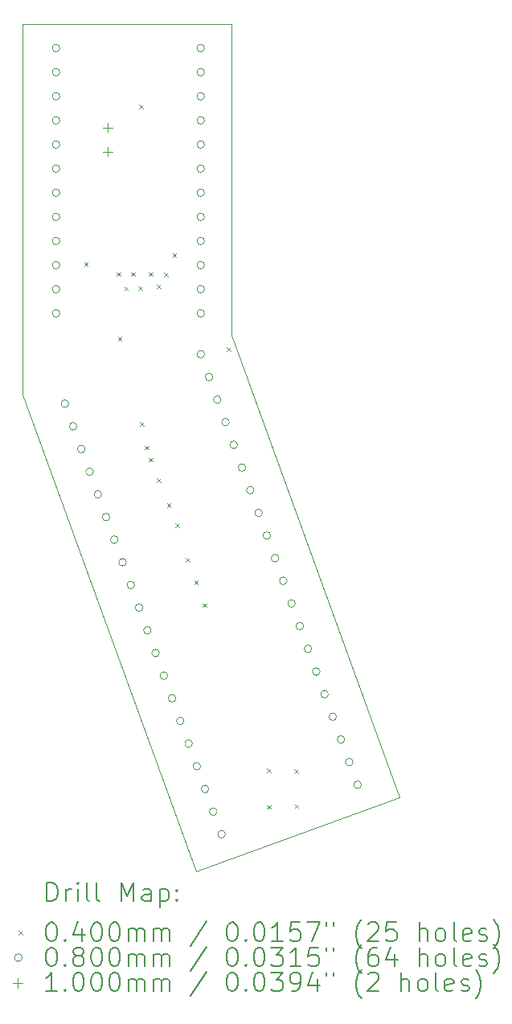
<source format=gbr>
%TF.GenerationSoftware,KiCad,Pcbnew,8.0.3*%
%TF.CreationDate,2024-06-29T11:18:28+02:00*%
%TF.ProjectId,adapter 8913-8910 Angle R,61646170-7465-4722-9038-3931332d3839,rev?*%
%TF.SameCoordinates,Original*%
%TF.FileFunction,Drillmap*%
%TF.FilePolarity,Positive*%
%FSLAX45Y45*%
G04 Gerber Fmt 4.5, Leading zero omitted, Abs format (unit mm)*
G04 Created by KiCad (PCBNEW 8.0.3) date 2024-06-29 11:18:28*
%MOMM*%
%LPD*%
G01*
G04 APERTURE LIST*
%ADD10C,0.050000*%
%ADD11C,0.200000*%
%ADD12C,0.100000*%
G04 APERTURE END LIST*
D10*
X12840000Y-11230000D02*
X11010884Y-6203955D01*
X11010884Y-6203955D02*
X11010884Y-2303955D01*
X11010884Y-2303955D02*
X13210884Y-2303955D01*
X14980000Y-10450000D02*
X13210884Y-5578955D01*
X13210884Y-2303955D02*
X13210884Y-5578955D01*
X12840000Y-11230000D02*
X14980000Y-10450000D01*
D11*
D12*
X11660000Y-4808000D02*
X11700000Y-4848000D01*
X11700000Y-4808000D02*
X11660000Y-4848000D01*
X12006000Y-4915000D02*
X12046000Y-4955000D01*
X12046000Y-4915000D02*
X12006000Y-4955000D01*
X12016967Y-5596033D02*
X12056967Y-5636033D01*
X12056967Y-5596033D02*
X12016967Y-5636033D01*
X12084000Y-5069000D02*
X12124000Y-5109000D01*
X12124000Y-5069000D02*
X12084000Y-5109000D01*
X12159000Y-4915000D02*
X12199000Y-4955000D01*
X12199000Y-4915000D02*
X12159000Y-4955000D01*
X12234000Y-5065000D02*
X12274000Y-5105000D01*
X12274000Y-5065000D02*
X12234000Y-5105000D01*
X12240000Y-3150000D02*
X12280000Y-3190000D01*
X12280000Y-3150000D02*
X12240000Y-3190000D01*
X12246627Y-6496000D02*
X12286627Y-6536000D01*
X12286627Y-6496000D02*
X12246627Y-6536000D01*
X12301627Y-6743636D02*
X12341627Y-6783636D01*
X12341627Y-6743636D02*
X12301627Y-6783636D01*
X12340627Y-6872636D02*
X12380627Y-6912636D01*
X12380627Y-6872636D02*
X12340627Y-6912636D01*
X12343000Y-4916000D02*
X12383000Y-4956000D01*
X12383000Y-4916000D02*
X12343000Y-4956000D01*
X12424627Y-7088636D02*
X12464627Y-7128636D01*
X12464627Y-7088636D02*
X12424627Y-7128636D01*
X12426000Y-5045000D02*
X12466000Y-5085000D01*
X12466000Y-5045000D02*
X12426000Y-5085000D01*
X12501000Y-4920000D02*
X12541000Y-4960000D01*
X12541000Y-4920000D02*
X12501000Y-4960000D01*
X12532627Y-7350000D02*
X12572627Y-7390000D01*
X12572627Y-7350000D02*
X12532627Y-7390000D01*
X12591000Y-4715000D02*
X12631000Y-4755000D01*
X12631000Y-4715000D02*
X12591000Y-4755000D01*
X12623000Y-7560263D02*
X12663000Y-7600263D01*
X12663000Y-7560263D02*
X12623000Y-7600263D01*
X12734627Y-7928636D02*
X12774627Y-7968636D01*
X12774627Y-7928636D02*
X12734627Y-7968636D01*
X12820627Y-8165636D02*
X12860627Y-8205636D01*
X12860627Y-8165636D02*
X12820627Y-8205636D01*
X12906627Y-8404636D02*
X12946627Y-8444636D01*
X12946627Y-8404636D02*
X12906627Y-8444636D01*
X13161000Y-5706000D02*
X13201000Y-5746000D01*
X13201000Y-5706000D02*
X13161000Y-5746000D01*
X13585000Y-10141000D02*
X13625000Y-10181000D01*
X13625000Y-10141000D02*
X13585000Y-10181000D01*
X13586000Y-10528000D02*
X13626000Y-10568000D01*
X13626000Y-10528000D02*
X13586000Y-10568000D01*
X13873000Y-10150000D02*
X13913000Y-10190000D01*
X13913000Y-10150000D02*
X13873000Y-10190000D01*
X13879000Y-10520000D02*
X13919000Y-10560000D01*
X13919000Y-10520000D02*
X13879000Y-10560000D01*
X11405000Y-2555000D02*
G75*
G02*
X11325000Y-2555000I-40000J0D01*
G01*
X11325000Y-2555000D02*
G75*
G02*
X11405000Y-2555000I40000J0D01*
G01*
X11405000Y-2809000D02*
G75*
G02*
X11325000Y-2809000I-40000J0D01*
G01*
X11325000Y-2809000D02*
G75*
G02*
X11405000Y-2809000I40000J0D01*
G01*
X11405000Y-3063000D02*
G75*
G02*
X11325000Y-3063000I-40000J0D01*
G01*
X11325000Y-3063000D02*
G75*
G02*
X11405000Y-3063000I40000J0D01*
G01*
X11405000Y-3317000D02*
G75*
G02*
X11325000Y-3317000I-40000J0D01*
G01*
X11325000Y-3317000D02*
G75*
G02*
X11405000Y-3317000I40000J0D01*
G01*
X11405000Y-3571000D02*
G75*
G02*
X11325000Y-3571000I-40000J0D01*
G01*
X11325000Y-3571000D02*
G75*
G02*
X11405000Y-3571000I40000J0D01*
G01*
X11405000Y-3825000D02*
G75*
G02*
X11325000Y-3825000I-40000J0D01*
G01*
X11325000Y-3825000D02*
G75*
G02*
X11405000Y-3825000I40000J0D01*
G01*
X11405000Y-4079000D02*
G75*
G02*
X11325000Y-4079000I-40000J0D01*
G01*
X11325000Y-4079000D02*
G75*
G02*
X11405000Y-4079000I40000J0D01*
G01*
X11405000Y-4333000D02*
G75*
G02*
X11325000Y-4333000I-40000J0D01*
G01*
X11325000Y-4333000D02*
G75*
G02*
X11405000Y-4333000I40000J0D01*
G01*
X11405000Y-4587000D02*
G75*
G02*
X11325000Y-4587000I-40000J0D01*
G01*
X11325000Y-4587000D02*
G75*
G02*
X11405000Y-4587000I40000J0D01*
G01*
X11405000Y-4841000D02*
G75*
G02*
X11325000Y-4841000I-40000J0D01*
G01*
X11325000Y-4841000D02*
G75*
G02*
X11405000Y-4841000I40000J0D01*
G01*
X11405000Y-5095000D02*
G75*
G02*
X11325000Y-5095000I-40000J0D01*
G01*
X11325000Y-5095000D02*
G75*
G02*
X11405000Y-5095000I40000J0D01*
G01*
X11405000Y-5349000D02*
G75*
G02*
X11325000Y-5349000I-40000J0D01*
G01*
X11325000Y-5349000D02*
G75*
G02*
X11405000Y-5349000I40000J0D01*
G01*
X11497908Y-6301239D02*
G75*
G02*
X11417908Y-6301239I-40000J0D01*
G01*
X11417908Y-6301239D02*
G75*
G02*
X11497908Y-6301239I40000J0D01*
G01*
X11584782Y-6539921D02*
G75*
G02*
X11504782Y-6539921I-40000J0D01*
G01*
X11504782Y-6539921D02*
G75*
G02*
X11584782Y-6539921I40000J0D01*
G01*
X11671655Y-6778602D02*
G75*
G02*
X11591655Y-6778602I-40000J0D01*
G01*
X11591655Y-6778602D02*
G75*
G02*
X11671655Y-6778602I40000J0D01*
G01*
X11758528Y-7017284D02*
G75*
G02*
X11678528Y-7017284I-40000J0D01*
G01*
X11678528Y-7017284D02*
G75*
G02*
X11758528Y-7017284I40000J0D01*
G01*
X11845401Y-7255966D02*
G75*
G02*
X11765401Y-7255966I-40000J0D01*
G01*
X11765401Y-7255966D02*
G75*
G02*
X11845401Y-7255966I40000J0D01*
G01*
X11932274Y-7494648D02*
G75*
G02*
X11852274Y-7494648I-40000J0D01*
G01*
X11852274Y-7494648D02*
G75*
G02*
X11932274Y-7494648I40000J0D01*
G01*
X12019147Y-7733330D02*
G75*
G02*
X11939147Y-7733330I-40000J0D01*
G01*
X11939147Y-7733330D02*
G75*
G02*
X12019147Y-7733330I40000J0D01*
G01*
X12106020Y-7972012D02*
G75*
G02*
X12026020Y-7972012I-40000J0D01*
G01*
X12026020Y-7972012D02*
G75*
G02*
X12106020Y-7972012I40000J0D01*
G01*
X12192893Y-8210694D02*
G75*
G02*
X12112893Y-8210694I-40000J0D01*
G01*
X12112893Y-8210694D02*
G75*
G02*
X12192893Y-8210694I40000J0D01*
G01*
X12279766Y-8449376D02*
G75*
G02*
X12199766Y-8449376I-40000J0D01*
G01*
X12199766Y-8449376D02*
G75*
G02*
X12279766Y-8449376I40000J0D01*
G01*
X12366640Y-8688058D02*
G75*
G02*
X12286640Y-8688058I-40000J0D01*
G01*
X12286640Y-8688058D02*
G75*
G02*
X12366640Y-8688058I40000J0D01*
G01*
X12453513Y-8926740D02*
G75*
G02*
X12373513Y-8926740I-40000J0D01*
G01*
X12373513Y-8926740D02*
G75*
G02*
X12453513Y-8926740I40000J0D01*
G01*
X12540386Y-9165422D02*
G75*
G02*
X12460386Y-9165422I-40000J0D01*
G01*
X12460386Y-9165422D02*
G75*
G02*
X12540386Y-9165422I40000J0D01*
G01*
X12627259Y-9404104D02*
G75*
G02*
X12547259Y-9404104I-40000J0D01*
G01*
X12547259Y-9404104D02*
G75*
G02*
X12627259Y-9404104I40000J0D01*
G01*
X12714132Y-9642786D02*
G75*
G02*
X12634132Y-9642786I-40000J0D01*
G01*
X12634132Y-9642786D02*
G75*
G02*
X12714132Y-9642786I40000J0D01*
G01*
X12801005Y-9881468D02*
G75*
G02*
X12721005Y-9881468I-40000J0D01*
G01*
X12721005Y-9881468D02*
G75*
G02*
X12801005Y-9881468I40000J0D01*
G01*
X12887878Y-10120150D02*
G75*
G02*
X12807878Y-10120150I-40000J0D01*
G01*
X12807878Y-10120150D02*
G75*
G02*
X12887878Y-10120150I40000J0D01*
G01*
X12929000Y-2555000D02*
G75*
G02*
X12849000Y-2555000I-40000J0D01*
G01*
X12849000Y-2555000D02*
G75*
G02*
X12929000Y-2555000I40000J0D01*
G01*
X12929000Y-2809000D02*
G75*
G02*
X12849000Y-2809000I-40000J0D01*
G01*
X12849000Y-2809000D02*
G75*
G02*
X12929000Y-2809000I40000J0D01*
G01*
X12929000Y-3063000D02*
G75*
G02*
X12849000Y-3063000I-40000J0D01*
G01*
X12849000Y-3063000D02*
G75*
G02*
X12929000Y-3063000I40000J0D01*
G01*
X12929000Y-3317000D02*
G75*
G02*
X12849000Y-3317000I-40000J0D01*
G01*
X12849000Y-3317000D02*
G75*
G02*
X12929000Y-3317000I40000J0D01*
G01*
X12929000Y-3571000D02*
G75*
G02*
X12849000Y-3571000I-40000J0D01*
G01*
X12849000Y-3571000D02*
G75*
G02*
X12929000Y-3571000I40000J0D01*
G01*
X12929000Y-3825000D02*
G75*
G02*
X12849000Y-3825000I-40000J0D01*
G01*
X12849000Y-3825000D02*
G75*
G02*
X12929000Y-3825000I40000J0D01*
G01*
X12929000Y-4079000D02*
G75*
G02*
X12849000Y-4079000I-40000J0D01*
G01*
X12849000Y-4079000D02*
G75*
G02*
X12929000Y-4079000I40000J0D01*
G01*
X12929000Y-4333000D02*
G75*
G02*
X12849000Y-4333000I-40000J0D01*
G01*
X12849000Y-4333000D02*
G75*
G02*
X12929000Y-4333000I40000J0D01*
G01*
X12929000Y-4587000D02*
G75*
G02*
X12849000Y-4587000I-40000J0D01*
G01*
X12849000Y-4587000D02*
G75*
G02*
X12929000Y-4587000I40000J0D01*
G01*
X12929000Y-4841000D02*
G75*
G02*
X12849000Y-4841000I-40000J0D01*
G01*
X12849000Y-4841000D02*
G75*
G02*
X12929000Y-4841000I40000J0D01*
G01*
X12929000Y-5095000D02*
G75*
G02*
X12849000Y-5095000I-40000J0D01*
G01*
X12849000Y-5095000D02*
G75*
G02*
X12929000Y-5095000I40000J0D01*
G01*
X12929000Y-5349000D02*
G75*
G02*
X12849000Y-5349000I-40000J0D01*
G01*
X12849000Y-5349000D02*
G75*
G02*
X12929000Y-5349000I40000J0D01*
G01*
X12930000Y-5780000D02*
G75*
G02*
X12850000Y-5780000I-40000J0D01*
G01*
X12850000Y-5780000D02*
G75*
G02*
X12930000Y-5780000I40000J0D01*
G01*
X12974751Y-10358831D02*
G75*
G02*
X12894751Y-10358831I-40000J0D01*
G01*
X12894751Y-10358831D02*
G75*
G02*
X12974751Y-10358831I40000J0D01*
G01*
X13016873Y-6018682D02*
G75*
G02*
X12936873Y-6018682I-40000J0D01*
G01*
X12936873Y-6018682D02*
G75*
G02*
X13016873Y-6018682I40000J0D01*
G01*
X13061625Y-10597513D02*
G75*
G02*
X12981625Y-10597513I-40000J0D01*
G01*
X12981625Y-10597513D02*
G75*
G02*
X13061625Y-10597513I40000J0D01*
G01*
X13103746Y-6257364D02*
G75*
G02*
X13023746Y-6257364I-40000J0D01*
G01*
X13023746Y-6257364D02*
G75*
G02*
X13103746Y-6257364I40000J0D01*
G01*
X13148498Y-10836195D02*
G75*
G02*
X13068498Y-10836195I-40000J0D01*
G01*
X13068498Y-10836195D02*
G75*
G02*
X13148498Y-10836195I40000J0D01*
G01*
X13190619Y-6496046D02*
G75*
G02*
X13110619Y-6496046I-40000J0D01*
G01*
X13110619Y-6496046D02*
G75*
G02*
X13190619Y-6496046I40000J0D01*
G01*
X13277492Y-6734728D02*
G75*
G02*
X13197492Y-6734728I-40000J0D01*
G01*
X13197492Y-6734728D02*
G75*
G02*
X13277492Y-6734728I40000J0D01*
G01*
X13364366Y-6973410D02*
G75*
G02*
X13284366Y-6973410I-40000J0D01*
G01*
X13284366Y-6973410D02*
G75*
G02*
X13364366Y-6973410I40000J0D01*
G01*
X13451239Y-7212091D02*
G75*
G02*
X13371239Y-7212091I-40000J0D01*
G01*
X13371239Y-7212091D02*
G75*
G02*
X13451239Y-7212091I40000J0D01*
G01*
X13538112Y-7450773D02*
G75*
G02*
X13458112Y-7450773I-40000J0D01*
G01*
X13458112Y-7450773D02*
G75*
G02*
X13538112Y-7450773I40000J0D01*
G01*
X13624985Y-7689455D02*
G75*
G02*
X13544985Y-7689455I-40000J0D01*
G01*
X13544985Y-7689455D02*
G75*
G02*
X13624985Y-7689455I40000J0D01*
G01*
X13711858Y-7928137D02*
G75*
G02*
X13631858Y-7928137I-40000J0D01*
G01*
X13631858Y-7928137D02*
G75*
G02*
X13711858Y-7928137I40000J0D01*
G01*
X13798731Y-8166819D02*
G75*
G02*
X13718731Y-8166819I-40000J0D01*
G01*
X13718731Y-8166819D02*
G75*
G02*
X13798731Y-8166819I40000J0D01*
G01*
X13885604Y-8405501D02*
G75*
G02*
X13805604Y-8405501I-40000J0D01*
G01*
X13805604Y-8405501D02*
G75*
G02*
X13885604Y-8405501I40000J0D01*
G01*
X13972477Y-8644183D02*
G75*
G02*
X13892477Y-8644183I-40000J0D01*
G01*
X13892477Y-8644183D02*
G75*
G02*
X13972477Y-8644183I40000J0D01*
G01*
X14059350Y-8882865D02*
G75*
G02*
X13979350Y-8882865I-40000J0D01*
G01*
X13979350Y-8882865D02*
G75*
G02*
X14059350Y-8882865I40000J0D01*
G01*
X14146224Y-9121547D02*
G75*
G02*
X14066224Y-9121547I-40000J0D01*
G01*
X14066224Y-9121547D02*
G75*
G02*
X14146224Y-9121547I40000J0D01*
G01*
X14233097Y-9360229D02*
G75*
G02*
X14153097Y-9360229I-40000J0D01*
G01*
X14153097Y-9360229D02*
G75*
G02*
X14233097Y-9360229I40000J0D01*
G01*
X14319970Y-9598911D02*
G75*
G02*
X14239970Y-9598911I-40000J0D01*
G01*
X14239970Y-9598911D02*
G75*
G02*
X14319970Y-9598911I40000J0D01*
G01*
X14406843Y-9837593D02*
G75*
G02*
X14326843Y-9837593I-40000J0D01*
G01*
X14326843Y-9837593D02*
G75*
G02*
X14406843Y-9837593I40000J0D01*
G01*
X14493716Y-10076275D02*
G75*
G02*
X14413716Y-10076275I-40000J0D01*
G01*
X14413716Y-10076275D02*
G75*
G02*
X14493716Y-10076275I40000J0D01*
G01*
X14580589Y-10314957D02*
G75*
G02*
X14500589Y-10314957I-40000J0D01*
G01*
X14500589Y-10314957D02*
G75*
G02*
X14580589Y-10314957I40000J0D01*
G01*
X11910000Y-3341000D02*
X11910000Y-3441000D01*
X11860000Y-3391000D02*
X11960000Y-3391000D01*
X11910000Y-3595000D02*
X11910000Y-3695000D01*
X11860000Y-3645000D02*
X11960000Y-3645000D01*
D11*
X11269161Y-11543984D02*
X11269161Y-11343984D01*
X11269161Y-11343984D02*
X11316780Y-11343984D01*
X11316780Y-11343984D02*
X11345351Y-11353508D01*
X11345351Y-11353508D02*
X11364399Y-11372555D01*
X11364399Y-11372555D02*
X11373923Y-11391603D01*
X11373923Y-11391603D02*
X11383446Y-11429698D01*
X11383446Y-11429698D02*
X11383446Y-11458269D01*
X11383446Y-11458269D02*
X11373923Y-11496365D01*
X11373923Y-11496365D02*
X11364399Y-11515412D01*
X11364399Y-11515412D02*
X11345351Y-11534460D01*
X11345351Y-11534460D02*
X11316780Y-11543984D01*
X11316780Y-11543984D02*
X11269161Y-11543984D01*
X11469161Y-11543984D02*
X11469161Y-11410650D01*
X11469161Y-11448746D02*
X11478685Y-11429698D01*
X11478685Y-11429698D02*
X11488208Y-11420174D01*
X11488208Y-11420174D02*
X11507256Y-11410650D01*
X11507256Y-11410650D02*
X11526304Y-11410650D01*
X11592970Y-11543984D02*
X11592970Y-11410650D01*
X11592970Y-11343984D02*
X11583446Y-11353508D01*
X11583446Y-11353508D02*
X11592970Y-11363031D01*
X11592970Y-11363031D02*
X11602494Y-11353508D01*
X11602494Y-11353508D02*
X11592970Y-11343984D01*
X11592970Y-11343984D02*
X11592970Y-11363031D01*
X11716780Y-11543984D02*
X11697732Y-11534460D01*
X11697732Y-11534460D02*
X11688208Y-11515412D01*
X11688208Y-11515412D02*
X11688208Y-11343984D01*
X11821542Y-11543984D02*
X11802494Y-11534460D01*
X11802494Y-11534460D02*
X11792970Y-11515412D01*
X11792970Y-11515412D02*
X11792970Y-11343984D01*
X12050113Y-11543984D02*
X12050113Y-11343984D01*
X12050113Y-11343984D02*
X12116780Y-11486841D01*
X12116780Y-11486841D02*
X12183446Y-11343984D01*
X12183446Y-11343984D02*
X12183446Y-11543984D01*
X12364399Y-11543984D02*
X12364399Y-11439222D01*
X12364399Y-11439222D02*
X12354875Y-11420174D01*
X12354875Y-11420174D02*
X12335827Y-11410650D01*
X12335827Y-11410650D02*
X12297732Y-11410650D01*
X12297732Y-11410650D02*
X12278685Y-11420174D01*
X12364399Y-11534460D02*
X12345351Y-11543984D01*
X12345351Y-11543984D02*
X12297732Y-11543984D01*
X12297732Y-11543984D02*
X12278685Y-11534460D01*
X12278685Y-11534460D02*
X12269161Y-11515412D01*
X12269161Y-11515412D02*
X12269161Y-11496365D01*
X12269161Y-11496365D02*
X12278685Y-11477317D01*
X12278685Y-11477317D02*
X12297732Y-11467793D01*
X12297732Y-11467793D02*
X12345351Y-11467793D01*
X12345351Y-11467793D02*
X12364399Y-11458269D01*
X12459637Y-11410650D02*
X12459637Y-11610650D01*
X12459637Y-11420174D02*
X12478685Y-11410650D01*
X12478685Y-11410650D02*
X12516780Y-11410650D01*
X12516780Y-11410650D02*
X12535827Y-11420174D01*
X12535827Y-11420174D02*
X12545351Y-11429698D01*
X12545351Y-11429698D02*
X12554875Y-11448746D01*
X12554875Y-11448746D02*
X12554875Y-11505888D01*
X12554875Y-11505888D02*
X12545351Y-11524936D01*
X12545351Y-11524936D02*
X12535827Y-11534460D01*
X12535827Y-11534460D02*
X12516780Y-11543984D01*
X12516780Y-11543984D02*
X12478685Y-11543984D01*
X12478685Y-11543984D02*
X12459637Y-11534460D01*
X12640589Y-11524936D02*
X12650113Y-11534460D01*
X12650113Y-11534460D02*
X12640589Y-11543984D01*
X12640589Y-11543984D02*
X12631066Y-11534460D01*
X12631066Y-11534460D02*
X12640589Y-11524936D01*
X12640589Y-11524936D02*
X12640589Y-11543984D01*
X12640589Y-11420174D02*
X12650113Y-11429698D01*
X12650113Y-11429698D02*
X12640589Y-11439222D01*
X12640589Y-11439222D02*
X12631066Y-11429698D01*
X12631066Y-11429698D02*
X12640589Y-11420174D01*
X12640589Y-11420174D02*
X12640589Y-11439222D01*
D12*
X10968384Y-11852500D02*
X11008384Y-11892500D01*
X11008384Y-11852500D02*
X10968384Y-11892500D01*
D11*
X11307256Y-11763984D02*
X11326304Y-11763984D01*
X11326304Y-11763984D02*
X11345351Y-11773508D01*
X11345351Y-11773508D02*
X11354875Y-11783031D01*
X11354875Y-11783031D02*
X11364399Y-11802079D01*
X11364399Y-11802079D02*
X11373923Y-11840174D01*
X11373923Y-11840174D02*
X11373923Y-11887793D01*
X11373923Y-11887793D02*
X11364399Y-11925888D01*
X11364399Y-11925888D02*
X11354875Y-11944936D01*
X11354875Y-11944936D02*
X11345351Y-11954460D01*
X11345351Y-11954460D02*
X11326304Y-11963984D01*
X11326304Y-11963984D02*
X11307256Y-11963984D01*
X11307256Y-11963984D02*
X11288208Y-11954460D01*
X11288208Y-11954460D02*
X11278685Y-11944936D01*
X11278685Y-11944936D02*
X11269161Y-11925888D01*
X11269161Y-11925888D02*
X11259637Y-11887793D01*
X11259637Y-11887793D02*
X11259637Y-11840174D01*
X11259637Y-11840174D02*
X11269161Y-11802079D01*
X11269161Y-11802079D02*
X11278685Y-11783031D01*
X11278685Y-11783031D02*
X11288208Y-11773508D01*
X11288208Y-11773508D02*
X11307256Y-11763984D01*
X11459637Y-11944936D02*
X11469161Y-11954460D01*
X11469161Y-11954460D02*
X11459637Y-11963984D01*
X11459637Y-11963984D02*
X11450113Y-11954460D01*
X11450113Y-11954460D02*
X11459637Y-11944936D01*
X11459637Y-11944936D02*
X11459637Y-11963984D01*
X11640589Y-11830650D02*
X11640589Y-11963984D01*
X11592970Y-11754460D02*
X11545351Y-11897317D01*
X11545351Y-11897317D02*
X11669161Y-11897317D01*
X11783446Y-11763984D02*
X11802494Y-11763984D01*
X11802494Y-11763984D02*
X11821542Y-11773508D01*
X11821542Y-11773508D02*
X11831066Y-11783031D01*
X11831066Y-11783031D02*
X11840589Y-11802079D01*
X11840589Y-11802079D02*
X11850113Y-11840174D01*
X11850113Y-11840174D02*
X11850113Y-11887793D01*
X11850113Y-11887793D02*
X11840589Y-11925888D01*
X11840589Y-11925888D02*
X11831066Y-11944936D01*
X11831066Y-11944936D02*
X11821542Y-11954460D01*
X11821542Y-11954460D02*
X11802494Y-11963984D01*
X11802494Y-11963984D02*
X11783446Y-11963984D01*
X11783446Y-11963984D02*
X11764399Y-11954460D01*
X11764399Y-11954460D02*
X11754875Y-11944936D01*
X11754875Y-11944936D02*
X11745351Y-11925888D01*
X11745351Y-11925888D02*
X11735827Y-11887793D01*
X11735827Y-11887793D02*
X11735827Y-11840174D01*
X11735827Y-11840174D02*
X11745351Y-11802079D01*
X11745351Y-11802079D02*
X11754875Y-11783031D01*
X11754875Y-11783031D02*
X11764399Y-11773508D01*
X11764399Y-11773508D02*
X11783446Y-11763984D01*
X11973923Y-11763984D02*
X11992970Y-11763984D01*
X11992970Y-11763984D02*
X12012018Y-11773508D01*
X12012018Y-11773508D02*
X12021542Y-11783031D01*
X12021542Y-11783031D02*
X12031066Y-11802079D01*
X12031066Y-11802079D02*
X12040589Y-11840174D01*
X12040589Y-11840174D02*
X12040589Y-11887793D01*
X12040589Y-11887793D02*
X12031066Y-11925888D01*
X12031066Y-11925888D02*
X12021542Y-11944936D01*
X12021542Y-11944936D02*
X12012018Y-11954460D01*
X12012018Y-11954460D02*
X11992970Y-11963984D01*
X11992970Y-11963984D02*
X11973923Y-11963984D01*
X11973923Y-11963984D02*
X11954875Y-11954460D01*
X11954875Y-11954460D02*
X11945351Y-11944936D01*
X11945351Y-11944936D02*
X11935827Y-11925888D01*
X11935827Y-11925888D02*
X11926304Y-11887793D01*
X11926304Y-11887793D02*
X11926304Y-11840174D01*
X11926304Y-11840174D02*
X11935827Y-11802079D01*
X11935827Y-11802079D02*
X11945351Y-11783031D01*
X11945351Y-11783031D02*
X11954875Y-11773508D01*
X11954875Y-11773508D02*
X11973923Y-11763984D01*
X12126304Y-11963984D02*
X12126304Y-11830650D01*
X12126304Y-11849698D02*
X12135827Y-11840174D01*
X12135827Y-11840174D02*
X12154875Y-11830650D01*
X12154875Y-11830650D02*
X12183447Y-11830650D01*
X12183447Y-11830650D02*
X12202494Y-11840174D01*
X12202494Y-11840174D02*
X12212018Y-11859222D01*
X12212018Y-11859222D02*
X12212018Y-11963984D01*
X12212018Y-11859222D02*
X12221542Y-11840174D01*
X12221542Y-11840174D02*
X12240589Y-11830650D01*
X12240589Y-11830650D02*
X12269161Y-11830650D01*
X12269161Y-11830650D02*
X12288208Y-11840174D01*
X12288208Y-11840174D02*
X12297732Y-11859222D01*
X12297732Y-11859222D02*
X12297732Y-11963984D01*
X12392970Y-11963984D02*
X12392970Y-11830650D01*
X12392970Y-11849698D02*
X12402494Y-11840174D01*
X12402494Y-11840174D02*
X12421542Y-11830650D01*
X12421542Y-11830650D02*
X12450113Y-11830650D01*
X12450113Y-11830650D02*
X12469161Y-11840174D01*
X12469161Y-11840174D02*
X12478685Y-11859222D01*
X12478685Y-11859222D02*
X12478685Y-11963984D01*
X12478685Y-11859222D02*
X12488208Y-11840174D01*
X12488208Y-11840174D02*
X12507256Y-11830650D01*
X12507256Y-11830650D02*
X12535827Y-11830650D01*
X12535827Y-11830650D02*
X12554875Y-11840174D01*
X12554875Y-11840174D02*
X12564399Y-11859222D01*
X12564399Y-11859222D02*
X12564399Y-11963984D01*
X12954875Y-11754460D02*
X12783447Y-12011603D01*
X13212018Y-11763984D02*
X13231066Y-11763984D01*
X13231066Y-11763984D02*
X13250113Y-11773508D01*
X13250113Y-11773508D02*
X13259637Y-11783031D01*
X13259637Y-11783031D02*
X13269161Y-11802079D01*
X13269161Y-11802079D02*
X13278685Y-11840174D01*
X13278685Y-11840174D02*
X13278685Y-11887793D01*
X13278685Y-11887793D02*
X13269161Y-11925888D01*
X13269161Y-11925888D02*
X13259637Y-11944936D01*
X13259637Y-11944936D02*
X13250113Y-11954460D01*
X13250113Y-11954460D02*
X13231066Y-11963984D01*
X13231066Y-11963984D02*
X13212018Y-11963984D01*
X13212018Y-11963984D02*
X13192970Y-11954460D01*
X13192970Y-11954460D02*
X13183447Y-11944936D01*
X13183447Y-11944936D02*
X13173923Y-11925888D01*
X13173923Y-11925888D02*
X13164399Y-11887793D01*
X13164399Y-11887793D02*
X13164399Y-11840174D01*
X13164399Y-11840174D02*
X13173923Y-11802079D01*
X13173923Y-11802079D02*
X13183447Y-11783031D01*
X13183447Y-11783031D02*
X13192970Y-11773508D01*
X13192970Y-11773508D02*
X13212018Y-11763984D01*
X13364399Y-11944936D02*
X13373923Y-11954460D01*
X13373923Y-11954460D02*
X13364399Y-11963984D01*
X13364399Y-11963984D02*
X13354875Y-11954460D01*
X13354875Y-11954460D02*
X13364399Y-11944936D01*
X13364399Y-11944936D02*
X13364399Y-11963984D01*
X13497732Y-11763984D02*
X13516780Y-11763984D01*
X13516780Y-11763984D02*
X13535828Y-11773508D01*
X13535828Y-11773508D02*
X13545351Y-11783031D01*
X13545351Y-11783031D02*
X13554875Y-11802079D01*
X13554875Y-11802079D02*
X13564399Y-11840174D01*
X13564399Y-11840174D02*
X13564399Y-11887793D01*
X13564399Y-11887793D02*
X13554875Y-11925888D01*
X13554875Y-11925888D02*
X13545351Y-11944936D01*
X13545351Y-11944936D02*
X13535828Y-11954460D01*
X13535828Y-11954460D02*
X13516780Y-11963984D01*
X13516780Y-11963984D02*
X13497732Y-11963984D01*
X13497732Y-11963984D02*
X13478685Y-11954460D01*
X13478685Y-11954460D02*
X13469161Y-11944936D01*
X13469161Y-11944936D02*
X13459637Y-11925888D01*
X13459637Y-11925888D02*
X13450113Y-11887793D01*
X13450113Y-11887793D02*
X13450113Y-11840174D01*
X13450113Y-11840174D02*
X13459637Y-11802079D01*
X13459637Y-11802079D02*
X13469161Y-11783031D01*
X13469161Y-11783031D02*
X13478685Y-11773508D01*
X13478685Y-11773508D02*
X13497732Y-11763984D01*
X13754875Y-11963984D02*
X13640590Y-11963984D01*
X13697732Y-11963984D02*
X13697732Y-11763984D01*
X13697732Y-11763984D02*
X13678685Y-11792555D01*
X13678685Y-11792555D02*
X13659637Y-11811603D01*
X13659637Y-11811603D02*
X13640590Y-11821127D01*
X13935828Y-11763984D02*
X13840590Y-11763984D01*
X13840590Y-11763984D02*
X13831066Y-11859222D01*
X13831066Y-11859222D02*
X13840590Y-11849698D01*
X13840590Y-11849698D02*
X13859637Y-11840174D01*
X13859637Y-11840174D02*
X13907256Y-11840174D01*
X13907256Y-11840174D02*
X13926304Y-11849698D01*
X13926304Y-11849698D02*
X13935828Y-11859222D01*
X13935828Y-11859222D02*
X13945351Y-11878269D01*
X13945351Y-11878269D02*
X13945351Y-11925888D01*
X13945351Y-11925888D02*
X13935828Y-11944936D01*
X13935828Y-11944936D02*
X13926304Y-11954460D01*
X13926304Y-11954460D02*
X13907256Y-11963984D01*
X13907256Y-11963984D02*
X13859637Y-11963984D01*
X13859637Y-11963984D02*
X13840590Y-11954460D01*
X13840590Y-11954460D02*
X13831066Y-11944936D01*
X14012018Y-11763984D02*
X14145351Y-11763984D01*
X14145351Y-11763984D02*
X14059637Y-11963984D01*
X14212018Y-11763984D02*
X14212018Y-11802079D01*
X14288209Y-11763984D02*
X14288209Y-11802079D01*
X14583447Y-12040174D02*
X14573923Y-12030650D01*
X14573923Y-12030650D02*
X14554875Y-12002079D01*
X14554875Y-12002079D02*
X14545352Y-11983031D01*
X14545352Y-11983031D02*
X14535828Y-11954460D01*
X14535828Y-11954460D02*
X14526304Y-11906841D01*
X14526304Y-11906841D02*
X14526304Y-11868746D01*
X14526304Y-11868746D02*
X14535828Y-11821127D01*
X14535828Y-11821127D02*
X14545352Y-11792555D01*
X14545352Y-11792555D02*
X14554875Y-11773508D01*
X14554875Y-11773508D02*
X14573923Y-11744936D01*
X14573923Y-11744936D02*
X14583447Y-11735412D01*
X14650113Y-11783031D02*
X14659637Y-11773508D01*
X14659637Y-11773508D02*
X14678685Y-11763984D01*
X14678685Y-11763984D02*
X14726304Y-11763984D01*
X14726304Y-11763984D02*
X14745352Y-11773508D01*
X14745352Y-11773508D02*
X14754875Y-11783031D01*
X14754875Y-11783031D02*
X14764399Y-11802079D01*
X14764399Y-11802079D02*
X14764399Y-11821127D01*
X14764399Y-11821127D02*
X14754875Y-11849698D01*
X14754875Y-11849698D02*
X14640590Y-11963984D01*
X14640590Y-11963984D02*
X14764399Y-11963984D01*
X14945352Y-11763984D02*
X14850113Y-11763984D01*
X14850113Y-11763984D02*
X14840590Y-11859222D01*
X14840590Y-11859222D02*
X14850113Y-11849698D01*
X14850113Y-11849698D02*
X14869161Y-11840174D01*
X14869161Y-11840174D02*
X14916780Y-11840174D01*
X14916780Y-11840174D02*
X14935828Y-11849698D01*
X14935828Y-11849698D02*
X14945352Y-11859222D01*
X14945352Y-11859222D02*
X14954875Y-11878269D01*
X14954875Y-11878269D02*
X14954875Y-11925888D01*
X14954875Y-11925888D02*
X14945352Y-11944936D01*
X14945352Y-11944936D02*
X14935828Y-11954460D01*
X14935828Y-11954460D02*
X14916780Y-11963984D01*
X14916780Y-11963984D02*
X14869161Y-11963984D01*
X14869161Y-11963984D02*
X14850113Y-11954460D01*
X14850113Y-11954460D02*
X14840590Y-11944936D01*
X15192971Y-11963984D02*
X15192971Y-11763984D01*
X15278685Y-11963984D02*
X15278685Y-11859222D01*
X15278685Y-11859222D02*
X15269161Y-11840174D01*
X15269161Y-11840174D02*
X15250114Y-11830650D01*
X15250114Y-11830650D02*
X15221542Y-11830650D01*
X15221542Y-11830650D02*
X15202494Y-11840174D01*
X15202494Y-11840174D02*
X15192971Y-11849698D01*
X15402494Y-11963984D02*
X15383447Y-11954460D01*
X15383447Y-11954460D02*
X15373923Y-11944936D01*
X15373923Y-11944936D02*
X15364399Y-11925888D01*
X15364399Y-11925888D02*
X15364399Y-11868746D01*
X15364399Y-11868746D02*
X15373923Y-11849698D01*
X15373923Y-11849698D02*
X15383447Y-11840174D01*
X15383447Y-11840174D02*
X15402494Y-11830650D01*
X15402494Y-11830650D02*
X15431066Y-11830650D01*
X15431066Y-11830650D02*
X15450114Y-11840174D01*
X15450114Y-11840174D02*
X15459637Y-11849698D01*
X15459637Y-11849698D02*
X15469161Y-11868746D01*
X15469161Y-11868746D02*
X15469161Y-11925888D01*
X15469161Y-11925888D02*
X15459637Y-11944936D01*
X15459637Y-11944936D02*
X15450114Y-11954460D01*
X15450114Y-11954460D02*
X15431066Y-11963984D01*
X15431066Y-11963984D02*
X15402494Y-11963984D01*
X15583447Y-11963984D02*
X15564399Y-11954460D01*
X15564399Y-11954460D02*
X15554875Y-11935412D01*
X15554875Y-11935412D02*
X15554875Y-11763984D01*
X15735828Y-11954460D02*
X15716780Y-11963984D01*
X15716780Y-11963984D02*
X15678685Y-11963984D01*
X15678685Y-11963984D02*
X15659637Y-11954460D01*
X15659637Y-11954460D02*
X15650114Y-11935412D01*
X15650114Y-11935412D02*
X15650114Y-11859222D01*
X15650114Y-11859222D02*
X15659637Y-11840174D01*
X15659637Y-11840174D02*
X15678685Y-11830650D01*
X15678685Y-11830650D02*
X15716780Y-11830650D01*
X15716780Y-11830650D02*
X15735828Y-11840174D01*
X15735828Y-11840174D02*
X15745352Y-11859222D01*
X15745352Y-11859222D02*
X15745352Y-11878269D01*
X15745352Y-11878269D02*
X15650114Y-11897317D01*
X15821542Y-11954460D02*
X15840590Y-11963984D01*
X15840590Y-11963984D02*
X15878685Y-11963984D01*
X15878685Y-11963984D02*
X15897733Y-11954460D01*
X15897733Y-11954460D02*
X15907256Y-11935412D01*
X15907256Y-11935412D02*
X15907256Y-11925888D01*
X15907256Y-11925888D02*
X15897733Y-11906841D01*
X15897733Y-11906841D02*
X15878685Y-11897317D01*
X15878685Y-11897317D02*
X15850114Y-11897317D01*
X15850114Y-11897317D02*
X15831066Y-11887793D01*
X15831066Y-11887793D02*
X15821542Y-11868746D01*
X15821542Y-11868746D02*
X15821542Y-11859222D01*
X15821542Y-11859222D02*
X15831066Y-11840174D01*
X15831066Y-11840174D02*
X15850114Y-11830650D01*
X15850114Y-11830650D02*
X15878685Y-11830650D01*
X15878685Y-11830650D02*
X15897733Y-11840174D01*
X15973923Y-12040174D02*
X15983447Y-12030650D01*
X15983447Y-12030650D02*
X16002495Y-12002079D01*
X16002495Y-12002079D02*
X16012018Y-11983031D01*
X16012018Y-11983031D02*
X16021542Y-11954460D01*
X16021542Y-11954460D02*
X16031066Y-11906841D01*
X16031066Y-11906841D02*
X16031066Y-11868746D01*
X16031066Y-11868746D02*
X16021542Y-11821127D01*
X16021542Y-11821127D02*
X16012018Y-11792555D01*
X16012018Y-11792555D02*
X16002495Y-11773508D01*
X16002495Y-11773508D02*
X15983447Y-11744936D01*
X15983447Y-11744936D02*
X15973923Y-11735412D01*
D12*
X11008384Y-12136500D02*
G75*
G02*
X10928384Y-12136500I-40000J0D01*
G01*
X10928384Y-12136500D02*
G75*
G02*
X11008384Y-12136500I40000J0D01*
G01*
D11*
X11307256Y-12027984D02*
X11326304Y-12027984D01*
X11326304Y-12027984D02*
X11345351Y-12037508D01*
X11345351Y-12037508D02*
X11354875Y-12047031D01*
X11354875Y-12047031D02*
X11364399Y-12066079D01*
X11364399Y-12066079D02*
X11373923Y-12104174D01*
X11373923Y-12104174D02*
X11373923Y-12151793D01*
X11373923Y-12151793D02*
X11364399Y-12189888D01*
X11364399Y-12189888D02*
X11354875Y-12208936D01*
X11354875Y-12208936D02*
X11345351Y-12218460D01*
X11345351Y-12218460D02*
X11326304Y-12227984D01*
X11326304Y-12227984D02*
X11307256Y-12227984D01*
X11307256Y-12227984D02*
X11288208Y-12218460D01*
X11288208Y-12218460D02*
X11278685Y-12208936D01*
X11278685Y-12208936D02*
X11269161Y-12189888D01*
X11269161Y-12189888D02*
X11259637Y-12151793D01*
X11259637Y-12151793D02*
X11259637Y-12104174D01*
X11259637Y-12104174D02*
X11269161Y-12066079D01*
X11269161Y-12066079D02*
X11278685Y-12047031D01*
X11278685Y-12047031D02*
X11288208Y-12037508D01*
X11288208Y-12037508D02*
X11307256Y-12027984D01*
X11459637Y-12208936D02*
X11469161Y-12218460D01*
X11469161Y-12218460D02*
X11459637Y-12227984D01*
X11459637Y-12227984D02*
X11450113Y-12218460D01*
X11450113Y-12218460D02*
X11459637Y-12208936D01*
X11459637Y-12208936D02*
X11459637Y-12227984D01*
X11583446Y-12113698D02*
X11564399Y-12104174D01*
X11564399Y-12104174D02*
X11554875Y-12094650D01*
X11554875Y-12094650D02*
X11545351Y-12075603D01*
X11545351Y-12075603D02*
X11545351Y-12066079D01*
X11545351Y-12066079D02*
X11554875Y-12047031D01*
X11554875Y-12047031D02*
X11564399Y-12037508D01*
X11564399Y-12037508D02*
X11583446Y-12027984D01*
X11583446Y-12027984D02*
X11621542Y-12027984D01*
X11621542Y-12027984D02*
X11640589Y-12037508D01*
X11640589Y-12037508D02*
X11650113Y-12047031D01*
X11650113Y-12047031D02*
X11659637Y-12066079D01*
X11659637Y-12066079D02*
X11659637Y-12075603D01*
X11659637Y-12075603D02*
X11650113Y-12094650D01*
X11650113Y-12094650D02*
X11640589Y-12104174D01*
X11640589Y-12104174D02*
X11621542Y-12113698D01*
X11621542Y-12113698D02*
X11583446Y-12113698D01*
X11583446Y-12113698D02*
X11564399Y-12123222D01*
X11564399Y-12123222D02*
X11554875Y-12132746D01*
X11554875Y-12132746D02*
X11545351Y-12151793D01*
X11545351Y-12151793D02*
X11545351Y-12189888D01*
X11545351Y-12189888D02*
X11554875Y-12208936D01*
X11554875Y-12208936D02*
X11564399Y-12218460D01*
X11564399Y-12218460D02*
X11583446Y-12227984D01*
X11583446Y-12227984D02*
X11621542Y-12227984D01*
X11621542Y-12227984D02*
X11640589Y-12218460D01*
X11640589Y-12218460D02*
X11650113Y-12208936D01*
X11650113Y-12208936D02*
X11659637Y-12189888D01*
X11659637Y-12189888D02*
X11659637Y-12151793D01*
X11659637Y-12151793D02*
X11650113Y-12132746D01*
X11650113Y-12132746D02*
X11640589Y-12123222D01*
X11640589Y-12123222D02*
X11621542Y-12113698D01*
X11783446Y-12027984D02*
X11802494Y-12027984D01*
X11802494Y-12027984D02*
X11821542Y-12037508D01*
X11821542Y-12037508D02*
X11831066Y-12047031D01*
X11831066Y-12047031D02*
X11840589Y-12066079D01*
X11840589Y-12066079D02*
X11850113Y-12104174D01*
X11850113Y-12104174D02*
X11850113Y-12151793D01*
X11850113Y-12151793D02*
X11840589Y-12189888D01*
X11840589Y-12189888D02*
X11831066Y-12208936D01*
X11831066Y-12208936D02*
X11821542Y-12218460D01*
X11821542Y-12218460D02*
X11802494Y-12227984D01*
X11802494Y-12227984D02*
X11783446Y-12227984D01*
X11783446Y-12227984D02*
X11764399Y-12218460D01*
X11764399Y-12218460D02*
X11754875Y-12208936D01*
X11754875Y-12208936D02*
X11745351Y-12189888D01*
X11745351Y-12189888D02*
X11735827Y-12151793D01*
X11735827Y-12151793D02*
X11735827Y-12104174D01*
X11735827Y-12104174D02*
X11745351Y-12066079D01*
X11745351Y-12066079D02*
X11754875Y-12047031D01*
X11754875Y-12047031D02*
X11764399Y-12037508D01*
X11764399Y-12037508D02*
X11783446Y-12027984D01*
X11973923Y-12027984D02*
X11992970Y-12027984D01*
X11992970Y-12027984D02*
X12012018Y-12037508D01*
X12012018Y-12037508D02*
X12021542Y-12047031D01*
X12021542Y-12047031D02*
X12031066Y-12066079D01*
X12031066Y-12066079D02*
X12040589Y-12104174D01*
X12040589Y-12104174D02*
X12040589Y-12151793D01*
X12040589Y-12151793D02*
X12031066Y-12189888D01*
X12031066Y-12189888D02*
X12021542Y-12208936D01*
X12021542Y-12208936D02*
X12012018Y-12218460D01*
X12012018Y-12218460D02*
X11992970Y-12227984D01*
X11992970Y-12227984D02*
X11973923Y-12227984D01*
X11973923Y-12227984D02*
X11954875Y-12218460D01*
X11954875Y-12218460D02*
X11945351Y-12208936D01*
X11945351Y-12208936D02*
X11935827Y-12189888D01*
X11935827Y-12189888D02*
X11926304Y-12151793D01*
X11926304Y-12151793D02*
X11926304Y-12104174D01*
X11926304Y-12104174D02*
X11935827Y-12066079D01*
X11935827Y-12066079D02*
X11945351Y-12047031D01*
X11945351Y-12047031D02*
X11954875Y-12037508D01*
X11954875Y-12037508D02*
X11973923Y-12027984D01*
X12126304Y-12227984D02*
X12126304Y-12094650D01*
X12126304Y-12113698D02*
X12135827Y-12104174D01*
X12135827Y-12104174D02*
X12154875Y-12094650D01*
X12154875Y-12094650D02*
X12183447Y-12094650D01*
X12183447Y-12094650D02*
X12202494Y-12104174D01*
X12202494Y-12104174D02*
X12212018Y-12123222D01*
X12212018Y-12123222D02*
X12212018Y-12227984D01*
X12212018Y-12123222D02*
X12221542Y-12104174D01*
X12221542Y-12104174D02*
X12240589Y-12094650D01*
X12240589Y-12094650D02*
X12269161Y-12094650D01*
X12269161Y-12094650D02*
X12288208Y-12104174D01*
X12288208Y-12104174D02*
X12297732Y-12123222D01*
X12297732Y-12123222D02*
X12297732Y-12227984D01*
X12392970Y-12227984D02*
X12392970Y-12094650D01*
X12392970Y-12113698D02*
X12402494Y-12104174D01*
X12402494Y-12104174D02*
X12421542Y-12094650D01*
X12421542Y-12094650D02*
X12450113Y-12094650D01*
X12450113Y-12094650D02*
X12469161Y-12104174D01*
X12469161Y-12104174D02*
X12478685Y-12123222D01*
X12478685Y-12123222D02*
X12478685Y-12227984D01*
X12478685Y-12123222D02*
X12488208Y-12104174D01*
X12488208Y-12104174D02*
X12507256Y-12094650D01*
X12507256Y-12094650D02*
X12535827Y-12094650D01*
X12535827Y-12094650D02*
X12554875Y-12104174D01*
X12554875Y-12104174D02*
X12564399Y-12123222D01*
X12564399Y-12123222D02*
X12564399Y-12227984D01*
X12954875Y-12018460D02*
X12783447Y-12275603D01*
X13212018Y-12027984D02*
X13231066Y-12027984D01*
X13231066Y-12027984D02*
X13250113Y-12037508D01*
X13250113Y-12037508D02*
X13259637Y-12047031D01*
X13259637Y-12047031D02*
X13269161Y-12066079D01*
X13269161Y-12066079D02*
X13278685Y-12104174D01*
X13278685Y-12104174D02*
X13278685Y-12151793D01*
X13278685Y-12151793D02*
X13269161Y-12189888D01*
X13269161Y-12189888D02*
X13259637Y-12208936D01*
X13259637Y-12208936D02*
X13250113Y-12218460D01*
X13250113Y-12218460D02*
X13231066Y-12227984D01*
X13231066Y-12227984D02*
X13212018Y-12227984D01*
X13212018Y-12227984D02*
X13192970Y-12218460D01*
X13192970Y-12218460D02*
X13183447Y-12208936D01*
X13183447Y-12208936D02*
X13173923Y-12189888D01*
X13173923Y-12189888D02*
X13164399Y-12151793D01*
X13164399Y-12151793D02*
X13164399Y-12104174D01*
X13164399Y-12104174D02*
X13173923Y-12066079D01*
X13173923Y-12066079D02*
X13183447Y-12047031D01*
X13183447Y-12047031D02*
X13192970Y-12037508D01*
X13192970Y-12037508D02*
X13212018Y-12027984D01*
X13364399Y-12208936D02*
X13373923Y-12218460D01*
X13373923Y-12218460D02*
X13364399Y-12227984D01*
X13364399Y-12227984D02*
X13354875Y-12218460D01*
X13354875Y-12218460D02*
X13364399Y-12208936D01*
X13364399Y-12208936D02*
X13364399Y-12227984D01*
X13497732Y-12027984D02*
X13516780Y-12027984D01*
X13516780Y-12027984D02*
X13535828Y-12037508D01*
X13535828Y-12037508D02*
X13545351Y-12047031D01*
X13545351Y-12047031D02*
X13554875Y-12066079D01*
X13554875Y-12066079D02*
X13564399Y-12104174D01*
X13564399Y-12104174D02*
X13564399Y-12151793D01*
X13564399Y-12151793D02*
X13554875Y-12189888D01*
X13554875Y-12189888D02*
X13545351Y-12208936D01*
X13545351Y-12208936D02*
X13535828Y-12218460D01*
X13535828Y-12218460D02*
X13516780Y-12227984D01*
X13516780Y-12227984D02*
X13497732Y-12227984D01*
X13497732Y-12227984D02*
X13478685Y-12218460D01*
X13478685Y-12218460D02*
X13469161Y-12208936D01*
X13469161Y-12208936D02*
X13459637Y-12189888D01*
X13459637Y-12189888D02*
X13450113Y-12151793D01*
X13450113Y-12151793D02*
X13450113Y-12104174D01*
X13450113Y-12104174D02*
X13459637Y-12066079D01*
X13459637Y-12066079D02*
X13469161Y-12047031D01*
X13469161Y-12047031D02*
X13478685Y-12037508D01*
X13478685Y-12037508D02*
X13497732Y-12027984D01*
X13631066Y-12027984D02*
X13754875Y-12027984D01*
X13754875Y-12027984D02*
X13688209Y-12104174D01*
X13688209Y-12104174D02*
X13716780Y-12104174D01*
X13716780Y-12104174D02*
X13735828Y-12113698D01*
X13735828Y-12113698D02*
X13745351Y-12123222D01*
X13745351Y-12123222D02*
X13754875Y-12142269D01*
X13754875Y-12142269D02*
X13754875Y-12189888D01*
X13754875Y-12189888D02*
X13745351Y-12208936D01*
X13745351Y-12208936D02*
X13735828Y-12218460D01*
X13735828Y-12218460D02*
X13716780Y-12227984D01*
X13716780Y-12227984D02*
X13659637Y-12227984D01*
X13659637Y-12227984D02*
X13640590Y-12218460D01*
X13640590Y-12218460D02*
X13631066Y-12208936D01*
X13945351Y-12227984D02*
X13831066Y-12227984D01*
X13888209Y-12227984D02*
X13888209Y-12027984D01*
X13888209Y-12027984D02*
X13869161Y-12056555D01*
X13869161Y-12056555D02*
X13850113Y-12075603D01*
X13850113Y-12075603D02*
X13831066Y-12085127D01*
X14126304Y-12027984D02*
X14031066Y-12027984D01*
X14031066Y-12027984D02*
X14021542Y-12123222D01*
X14021542Y-12123222D02*
X14031066Y-12113698D01*
X14031066Y-12113698D02*
X14050113Y-12104174D01*
X14050113Y-12104174D02*
X14097732Y-12104174D01*
X14097732Y-12104174D02*
X14116780Y-12113698D01*
X14116780Y-12113698D02*
X14126304Y-12123222D01*
X14126304Y-12123222D02*
X14135828Y-12142269D01*
X14135828Y-12142269D02*
X14135828Y-12189888D01*
X14135828Y-12189888D02*
X14126304Y-12208936D01*
X14126304Y-12208936D02*
X14116780Y-12218460D01*
X14116780Y-12218460D02*
X14097732Y-12227984D01*
X14097732Y-12227984D02*
X14050113Y-12227984D01*
X14050113Y-12227984D02*
X14031066Y-12218460D01*
X14031066Y-12218460D02*
X14021542Y-12208936D01*
X14212018Y-12027984D02*
X14212018Y-12066079D01*
X14288209Y-12027984D02*
X14288209Y-12066079D01*
X14583447Y-12304174D02*
X14573923Y-12294650D01*
X14573923Y-12294650D02*
X14554875Y-12266079D01*
X14554875Y-12266079D02*
X14545352Y-12247031D01*
X14545352Y-12247031D02*
X14535828Y-12218460D01*
X14535828Y-12218460D02*
X14526304Y-12170841D01*
X14526304Y-12170841D02*
X14526304Y-12132746D01*
X14526304Y-12132746D02*
X14535828Y-12085127D01*
X14535828Y-12085127D02*
X14545352Y-12056555D01*
X14545352Y-12056555D02*
X14554875Y-12037508D01*
X14554875Y-12037508D02*
X14573923Y-12008936D01*
X14573923Y-12008936D02*
X14583447Y-11999412D01*
X14745352Y-12027984D02*
X14707256Y-12027984D01*
X14707256Y-12027984D02*
X14688209Y-12037508D01*
X14688209Y-12037508D02*
X14678685Y-12047031D01*
X14678685Y-12047031D02*
X14659637Y-12075603D01*
X14659637Y-12075603D02*
X14650113Y-12113698D01*
X14650113Y-12113698D02*
X14650113Y-12189888D01*
X14650113Y-12189888D02*
X14659637Y-12208936D01*
X14659637Y-12208936D02*
X14669161Y-12218460D01*
X14669161Y-12218460D02*
X14688209Y-12227984D01*
X14688209Y-12227984D02*
X14726304Y-12227984D01*
X14726304Y-12227984D02*
X14745352Y-12218460D01*
X14745352Y-12218460D02*
X14754875Y-12208936D01*
X14754875Y-12208936D02*
X14764399Y-12189888D01*
X14764399Y-12189888D02*
X14764399Y-12142269D01*
X14764399Y-12142269D02*
X14754875Y-12123222D01*
X14754875Y-12123222D02*
X14745352Y-12113698D01*
X14745352Y-12113698D02*
X14726304Y-12104174D01*
X14726304Y-12104174D02*
X14688209Y-12104174D01*
X14688209Y-12104174D02*
X14669161Y-12113698D01*
X14669161Y-12113698D02*
X14659637Y-12123222D01*
X14659637Y-12123222D02*
X14650113Y-12142269D01*
X14935828Y-12094650D02*
X14935828Y-12227984D01*
X14888209Y-12018460D02*
X14840590Y-12161317D01*
X14840590Y-12161317D02*
X14964399Y-12161317D01*
X15192971Y-12227984D02*
X15192971Y-12027984D01*
X15278685Y-12227984D02*
X15278685Y-12123222D01*
X15278685Y-12123222D02*
X15269161Y-12104174D01*
X15269161Y-12104174D02*
X15250114Y-12094650D01*
X15250114Y-12094650D02*
X15221542Y-12094650D01*
X15221542Y-12094650D02*
X15202494Y-12104174D01*
X15202494Y-12104174D02*
X15192971Y-12113698D01*
X15402494Y-12227984D02*
X15383447Y-12218460D01*
X15383447Y-12218460D02*
X15373923Y-12208936D01*
X15373923Y-12208936D02*
X15364399Y-12189888D01*
X15364399Y-12189888D02*
X15364399Y-12132746D01*
X15364399Y-12132746D02*
X15373923Y-12113698D01*
X15373923Y-12113698D02*
X15383447Y-12104174D01*
X15383447Y-12104174D02*
X15402494Y-12094650D01*
X15402494Y-12094650D02*
X15431066Y-12094650D01*
X15431066Y-12094650D02*
X15450114Y-12104174D01*
X15450114Y-12104174D02*
X15459637Y-12113698D01*
X15459637Y-12113698D02*
X15469161Y-12132746D01*
X15469161Y-12132746D02*
X15469161Y-12189888D01*
X15469161Y-12189888D02*
X15459637Y-12208936D01*
X15459637Y-12208936D02*
X15450114Y-12218460D01*
X15450114Y-12218460D02*
X15431066Y-12227984D01*
X15431066Y-12227984D02*
X15402494Y-12227984D01*
X15583447Y-12227984D02*
X15564399Y-12218460D01*
X15564399Y-12218460D02*
X15554875Y-12199412D01*
X15554875Y-12199412D02*
X15554875Y-12027984D01*
X15735828Y-12218460D02*
X15716780Y-12227984D01*
X15716780Y-12227984D02*
X15678685Y-12227984D01*
X15678685Y-12227984D02*
X15659637Y-12218460D01*
X15659637Y-12218460D02*
X15650114Y-12199412D01*
X15650114Y-12199412D02*
X15650114Y-12123222D01*
X15650114Y-12123222D02*
X15659637Y-12104174D01*
X15659637Y-12104174D02*
X15678685Y-12094650D01*
X15678685Y-12094650D02*
X15716780Y-12094650D01*
X15716780Y-12094650D02*
X15735828Y-12104174D01*
X15735828Y-12104174D02*
X15745352Y-12123222D01*
X15745352Y-12123222D02*
X15745352Y-12142269D01*
X15745352Y-12142269D02*
X15650114Y-12161317D01*
X15821542Y-12218460D02*
X15840590Y-12227984D01*
X15840590Y-12227984D02*
X15878685Y-12227984D01*
X15878685Y-12227984D02*
X15897733Y-12218460D01*
X15897733Y-12218460D02*
X15907256Y-12199412D01*
X15907256Y-12199412D02*
X15907256Y-12189888D01*
X15907256Y-12189888D02*
X15897733Y-12170841D01*
X15897733Y-12170841D02*
X15878685Y-12161317D01*
X15878685Y-12161317D02*
X15850114Y-12161317D01*
X15850114Y-12161317D02*
X15831066Y-12151793D01*
X15831066Y-12151793D02*
X15821542Y-12132746D01*
X15821542Y-12132746D02*
X15821542Y-12123222D01*
X15821542Y-12123222D02*
X15831066Y-12104174D01*
X15831066Y-12104174D02*
X15850114Y-12094650D01*
X15850114Y-12094650D02*
X15878685Y-12094650D01*
X15878685Y-12094650D02*
X15897733Y-12104174D01*
X15973923Y-12304174D02*
X15983447Y-12294650D01*
X15983447Y-12294650D02*
X16002495Y-12266079D01*
X16002495Y-12266079D02*
X16012018Y-12247031D01*
X16012018Y-12247031D02*
X16021542Y-12218460D01*
X16021542Y-12218460D02*
X16031066Y-12170841D01*
X16031066Y-12170841D02*
X16031066Y-12132746D01*
X16031066Y-12132746D02*
X16021542Y-12085127D01*
X16021542Y-12085127D02*
X16012018Y-12056555D01*
X16012018Y-12056555D02*
X16002495Y-12037508D01*
X16002495Y-12037508D02*
X15983447Y-12008936D01*
X15983447Y-12008936D02*
X15973923Y-11999412D01*
D12*
X10958384Y-12350500D02*
X10958384Y-12450500D01*
X10908384Y-12400500D02*
X11008384Y-12400500D01*
D11*
X11373923Y-12491984D02*
X11259637Y-12491984D01*
X11316780Y-12491984D02*
X11316780Y-12291984D01*
X11316780Y-12291984D02*
X11297732Y-12320555D01*
X11297732Y-12320555D02*
X11278685Y-12339603D01*
X11278685Y-12339603D02*
X11259637Y-12349127D01*
X11459637Y-12472936D02*
X11469161Y-12482460D01*
X11469161Y-12482460D02*
X11459637Y-12491984D01*
X11459637Y-12491984D02*
X11450113Y-12482460D01*
X11450113Y-12482460D02*
X11459637Y-12472936D01*
X11459637Y-12472936D02*
X11459637Y-12491984D01*
X11592970Y-12291984D02*
X11612018Y-12291984D01*
X11612018Y-12291984D02*
X11631066Y-12301508D01*
X11631066Y-12301508D02*
X11640589Y-12311031D01*
X11640589Y-12311031D02*
X11650113Y-12330079D01*
X11650113Y-12330079D02*
X11659637Y-12368174D01*
X11659637Y-12368174D02*
X11659637Y-12415793D01*
X11659637Y-12415793D02*
X11650113Y-12453888D01*
X11650113Y-12453888D02*
X11640589Y-12472936D01*
X11640589Y-12472936D02*
X11631066Y-12482460D01*
X11631066Y-12482460D02*
X11612018Y-12491984D01*
X11612018Y-12491984D02*
X11592970Y-12491984D01*
X11592970Y-12491984D02*
X11573923Y-12482460D01*
X11573923Y-12482460D02*
X11564399Y-12472936D01*
X11564399Y-12472936D02*
X11554875Y-12453888D01*
X11554875Y-12453888D02*
X11545351Y-12415793D01*
X11545351Y-12415793D02*
X11545351Y-12368174D01*
X11545351Y-12368174D02*
X11554875Y-12330079D01*
X11554875Y-12330079D02*
X11564399Y-12311031D01*
X11564399Y-12311031D02*
X11573923Y-12301508D01*
X11573923Y-12301508D02*
X11592970Y-12291984D01*
X11783446Y-12291984D02*
X11802494Y-12291984D01*
X11802494Y-12291984D02*
X11821542Y-12301508D01*
X11821542Y-12301508D02*
X11831066Y-12311031D01*
X11831066Y-12311031D02*
X11840589Y-12330079D01*
X11840589Y-12330079D02*
X11850113Y-12368174D01*
X11850113Y-12368174D02*
X11850113Y-12415793D01*
X11850113Y-12415793D02*
X11840589Y-12453888D01*
X11840589Y-12453888D02*
X11831066Y-12472936D01*
X11831066Y-12472936D02*
X11821542Y-12482460D01*
X11821542Y-12482460D02*
X11802494Y-12491984D01*
X11802494Y-12491984D02*
X11783446Y-12491984D01*
X11783446Y-12491984D02*
X11764399Y-12482460D01*
X11764399Y-12482460D02*
X11754875Y-12472936D01*
X11754875Y-12472936D02*
X11745351Y-12453888D01*
X11745351Y-12453888D02*
X11735827Y-12415793D01*
X11735827Y-12415793D02*
X11735827Y-12368174D01*
X11735827Y-12368174D02*
X11745351Y-12330079D01*
X11745351Y-12330079D02*
X11754875Y-12311031D01*
X11754875Y-12311031D02*
X11764399Y-12301508D01*
X11764399Y-12301508D02*
X11783446Y-12291984D01*
X11973923Y-12291984D02*
X11992970Y-12291984D01*
X11992970Y-12291984D02*
X12012018Y-12301508D01*
X12012018Y-12301508D02*
X12021542Y-12311031D01*
X12021542Y-12311031D02*
X12031066Y-12330079D01*
X12031066Y-12330079D02*
X12040589Y-12368174D01*
X12040589Y-12368174D02*
X12040589Y-12415793D01*
X12040589Y-12415793D02*
X12031066Y-12453888D01*
X12031066Y-12453888D02*
X12021542Y-12472936D01*
X12021542Y-12472936D02*
X12012018Y-12482460D01*
X12012018Y-12482460D02*
X11992970Y-12491984D01*
X11992970Y-12491984D02*
X11973923Y-12491984D01*
X11973923Y-12491984D02*
X11954875Y-12482460D01*
X11954875Y-12482460D02*
X11945351Y-12472936D01*
X11945351Y-12472936D02*
X11935827Y-12453888D01*
X11935827Y-12453888D02*
X11926304Y-12415793D01*
X11926304Y-12415793D02*
X11926304Y-12368174D01*
X11926304Y-12368174D02*
X11935827Y-12330079D01*
X11935827Y-12330079D02*
X11945351Y-12311031D01*
X11945351Y-12311031D02*
X11954875Y-12301508D01*
X11954875Y-12301508D02*
X11973923Y-12291984D01*
X12126304Y-12491984D02*
X12126304Y-12358650D01*
X12126304Y-12377698D02*
X12135827Y-12368174D01*
X12135827Y-12368174D02*
X12154875Y-12358650D01*
X12154875Y-12358650D02*
X12183447Y-12358650D01*
X12183447Y-12358650D02*
X12202494Y-12368174D01*
X12202494Y-12368174D02*
X12212018Y-12387222D01*
X12212018Y-12387222D02*
X12212018Y-12491984D01*
X12212018Y-12387222D02*
X12221542Y-12368174D01*
X12221542Y-12368174D02*
X12240589Y-12358650D01*
X12240589Y-12358650D02*
X12269161Y-12358650D01*
X12269161Y-12358650D02*
X12288208Y-12368174D01*
X12288208Y-12368174D02*
X12297732Y-12387222D01*
X12297732Y-12387222D02*
X12297732Y-12491984D01*
X12392970Y-12491984D02*
X12392970Y-12358650D01*
X12392970Y-12377698D02*
X12402494Y-12368174D01*
X12402494Y-12368174D02*
X12421542Y-12358650D01*
X12421542Y-12358650D02*
X12450113Y-12358650D01*
X12450113Y-12358650D02*
X12469161Y-12368174D01*
X12469161Y-12368174D02*
X12478685Y-12387222D01*
X12478685Y-12387222D02*
X12478685Y-12491984D01*
X12478685Y-12387222D02*
X12488208Y-12368174D01*
X12488208Y-12368174D02*
X12507256Y-12358650D01*
X12507256Y-12358650D02*
X12535827Y-12358650D01*
X12535827Y-12358650D02*
X12554875Y-12368174D01*
X12554875Y-12368174D02*
X12564399Y-12387222D01*
X12564399Y-12387222D02*
X12564399Y-12491984D01*
X12954875Y-12282460D02*
X12783447Y-12539603D01*
X13212018Y-12291984D02*
X13231066Y-12291984D01*
X13231066Y-12291984D02*
X13250113Y-12301508D01*
X13250113Y-12301508D02*
X13259637Y-12311031D01*
X13259637Y-12311031D02*
X13269161Y-12330079D01*
X13269161Y-12330079D02*
X13278685Y-12368174D01*
X13278685Y-12368174D02*
X13278685Y-12415793D01*
X13278685Y-12415793D02*
X13269161Y-12453888D01*
X13269161Y-12453888D02*
X13259637Y-12472936D01*
X13259637Y-12472936D02*
X13250113Y-12482460D01*
X13250113Y-12482460D02*
X13231066Y-12491984D01*
X13231066Y-12491984D02*
X13212018Y-12491984D01*
X13212018Y-12491984D02*
X13192970Y-12482460D01*
X13192970Y-12482460D02*
X13183447Y-12472936D01*
X13183447Y-12472936D02*
X13173923Y-12453888D01*
X13173923Y-12453888D02*
X13164399Y-12415793D01*
X13164399Y-12415793D02*
X13164399Y-12368174D01*
X13164399Y-12368174D02*
X13173923Y-12330079D01*
X13173923Y-12330079D02*
X13183447Y-12311031D01*
X13183447Y-12311031D02*
X13192970Y-12301508D01*
X13192970Y-12301508D02*
X13212018Y-12291984D01*
X13364399Y-12472936D02*
X13373923Y-12482460D01*
X13373923Y-12482460D02*
X13364399Y-12491984D01*
X13364399Y-12491984D02*
X13354875Y-12482460D01*
X13354875Y-12482460D02*
X13364399Y-12472936D01*
X13364399Y-12472936D02*
X13364399Y-12491984D01*
X13497732Y-12291984D02*
X13516780Y-12291984D01*
X13516780Y-12291984D02*
X13535828Y-12301508D01*
X13535828Y-12301508D02*
X13545351Y-12311031D01*
X13545351Y-12311031D02*
X13554875Y-12330079D01*
X13554875Y-12330079D02*
X13564399Y-12368174D01*
X13564399Y-12368174D02*
X13564399Y-12415793D01*
X13564399Y-12415793D02*
X13554875Y-12453888D01*
X13554875Y-12453888D02*
X13545351Y-12472936D01*
X13545351Y-12472936D02*
X13535828Y-12482460D01*
X13535828Y-12482460D02*
X13516780Y-12491984D01*
X13516780Y-12491984D02*
X13497732Y-12491984D01*
X13497732Y-12491984D02*
X13478685Y-12482460D01*
X13478685Y-12482460D02*
X13469161Y-12472936D01*
X13469161Y-12472936D02*
X13459637Y-12453888D01*
X13459637Y-12453888D02*
X13450113Y-12415793D01*
X13450113Y-12415793D02*
X13450113Y-12368174D01*
X13450113Y-12368174D02*
X13459637Y-12330079D01*
X13459637Y-12330079D02*
X13469161Y-12311031D01*
X13469161Y-12311031D02*
X13478685Y-12301508D01*
X13478685Y-12301508D02*
X13497732Y-12291984D01*
X13631066Y-12291984D02*
X13754875Y-12291984D01*
X13754875Y-12291984D02*
X13688209Y-12368174D01*
X13688209Y-12368174D02*
X13716780Y-12368174D01*
X13716780Y-12368174D02*
X13735828Y-12377698D01*
X13735828Y-12377698D02*
X13745351Y-12387222D01*
X13745351Y-12387222D02*
X13754875Y-12406269D01*
X13754875Y-12406269D02*
X13754875Y-12453888D01*
X13754875Y-12453888D02*
X13745351Y-12472936D01*
X13745351Y-12472936D02*
X13735828Y-12482460D01*
X13735828Y-12482460D02*
X13716780Y-12491984D01*
X13716780Y-12491984D02*
X13659637Y-12491984D01*
X13659637Y-12491984D02*
X13640590Y-12482460D01*
X13640590Y-12482460D02*
X13631066Y-12472936D01*
X13850113Y-12491984D02*
X13888209Y-12491984D01*
X13888209Y-12491984D02*
X13907256Y-12482460D01*
X13907256Y-12482460D02*
X13916780Y-12472936D01*
X13916780Y-12472936D02*
X13935828Y-12444365D01*
X13935828Y-12444365D02*
X13945351Y-12406269D01*
X13945351Y-12406269D02*
X13945351Y-12330079D01*
X13945351Y-12330079D02*
X13935828Y-12311031D01*
X13935828Y-12311031D02*
X13926304Y-12301508D01*
X13926304Y-12301508D02*
X13907256Y-12291984D01*
X13907256Y-12291984D02*
X13869161Y-12291984D01*
X13869161Y-12291984D02*
X13850113Y-12301508D01*
X13850113Y-12301508D02*
X13840590Y-12311031D01*
X13840590Y-12311031D02*
X13831066Y-12330079D01*
X13831066Y-12330079D02*
X13831066Y-12377698D01*
X13831066Y-12377698D02*
X13840590Y-12396746D01*
X13840590Y-12396746D02*
X13850113Y-12406269D01*
X13850113Y-12406269D02*
X13869161Y-12415793D01*
X13869161Y-12415793D02*
X13907256Y-12415793D01*
X13907256Y-12415793D02*
X13926304Y-12406269D01*
X13926304Y-12406269D02*
X13935828Y-12396746D01*
X13935828Y-12396746D02*
X13945351Y-12377698D01*
X14116780Y-12358650D02*
X14116780Y-12491984D01*
X14069161Y-12282460D02*
X14021542Y-12425317D01*
X14021542Y-12425317D02*
X14145351Y-12425317D01*
X14212018Y-12291984D02*
X14212018Y-12330079D01*
X14288209Y-12291984D02*
X14288209Y-12330079D01*
X14583447Y-12568174D02*
X14573923Y-12558650D01*
X14573923Y-12558650D02*
X14554875Y-12530079D01*
X14554875Y-12530079D02*
X14545352Y-12511031D01*
X14545352Y-12511031D02*
X14535828Y-12482460D01*
X14535828Y-12482460D02*
X14526304Y-12434841D01*
X14526304Y-12434841D02*
X14526304Y-12396746D01*
X14526304Y-12396746D02*
X14535828Y-12349127D01*
X14535828Y-12349127D02*
X14545352Y-12320555D01*
X14545352Y-12320555D02*
X14554875Y-12301508D01*
X14554875Y-12301508D02*
X14573923Y-12272936D01*
X14573923Y-12272936D02*
X14583447Y-12263412D01*
X14650113Y-12311031D02*
X14659637Y-12301508D01*
X14659637Y-12301508D02*
X14678685Y-12291984D01*
X14678685Y-12291984D02*
X14726304Y-12291984D01*
X14726304Y-12291984D02*
X14745352Y-12301508D01*
X14745352Y-12301508D02*
X14754875Y-12311031D01*
X14754875Y-12311031D02*
X14764399Y-12330079D01*
X14764399Y-12330079D02*
X14764399Y-12349127D01*
X14764399Y-12349127D02*
X14754875Y-12377698D01*
X14754875Y-12377698D02*
X14640590Y-12491984D01*
X14640590Y-12491984D02*
X14764399Y-12491984D01*
X15002494Y-12491984D02*
X15002494Y-12291984D01*
X15088209Y-12491984D02*
X15088209Y-12387222D01*
X15088209Y-12387222D02*
X15078685Y-12368174D01*
X15078685Y-12368174D02*
X15059637Y-12358650D01*
X15059637Y-12358650D02*
X15031066Y-12358650D01*
X15031066Y-12358650D02*
X15012018Y-12368174D01*
X15012018Y-12368174D02*
X15002494Y-12377698D01*
X15212018Y-12491984D02*
X15192971Y-12482460D01*
X15192971Y-12482460D02*
X15183447Y-12472936D01*
X15183447Y-12472936D02*
X15173923Y-12453888D01*
X15173923Y-12453888D02*
X15173923Y-12396746D01*
X15173923Y-12396746D02*
X15183447Y-12377698D01*
X15183447Y-12377698D02*
X15192971Y-12368174D01*
X15192971Y-12368174D02*
X15212018Y-12358650D01*
X15212018Y-12358650D02*
X15240590Y-12358650D01*
X15240590Y-12358650D02*
X15259637Y-12368174D01*
X15259637Y-12368174D02*
X15269161Y-12377698D01*
X15269161Y-12377698D02*
X15278685Y-12396746D01*
X15278685Y-12396746D02*
X15278685Y-12453888D01*
X15278685Y-12453888D02*
X15269161Y-12472936D01*
X15269161Y-12472936D02*
X15259637Y-12482460D01*
X15259637Y-12482460D02*
X15240590Y-12491984D01*
X15240590Y-12491984D02*
X15212018Y-12491984D01*
X15392971Y-12491984D02*
X15373923Y-12482460D01*
X15373923Y-12482460D02*
X15364399Y-12463412D01*
X15364399Y-12463412D02*
X15364399Y-12291984D01*
X15545352Y-12482460D02*
X15526304Y-12491984D01*
X15526304Y-12491984D02*
X15488209Y-12491984D01*
X15488209Y-12491984D02*
X15469161Y-12482460D01*
X15469161Y-12482460D02*
X15459637Y-12463412D01*
X15459637Y-12463412D02*
X15459637Y-12387222D01*
X15459637Y-12387222D02*
X15469161Y-12368174D01*
X15469161Y-12368174D02*
X15488209Y-12358650D01*
X15488209Y-12358650D02*
X15526304Y-12358650D01*
X15526304Y-12358650D02*
X15545352Y-12368174D01*
X15545352Y-12368174D02*
X15554875Y-12387222D01*
X15554875Y-12387222D02*
X15554875Y-12406269D01*
X15554875Y-12406269D02*
X15459637Y-12425317D01*
X15631066Y-12482460D02*
X15650114Y-12491984D01*
X15650114Y-12491984D02*
X15688209Y-12491984D01*
X15688209Y-12491984D02*
X15707256Y-12482460D01*
X15707256Y-12482460D02*
X15716780Y-12463412D01*
X15716780Y-12463412D02*
X15716780Y-12453888D01*
X15716780Y-12453888D02*
X15707256Y-12434841D01*
X15707256Y-12434841D02*
X15688209Y-12425317D01*
X15688209Y-12425317D02*
X15659637Y-12425317D01*
X15659637Y-12425317D02*
X15640590Y-12415793D01*
X15640590Y-12415793D02*
X15631066Y-12396746D01*
X15631066Y-12396746D02*
X15631066Y-12387222D01*
X15631066Y-12387222D02*
X15640590Y-12368174D01*
X15640590Y-12368174D02*
X15659637Y-12358650D01*
X15659637Y-12358650D02*
X15688209Y-12358650D01*
X15688209Y-12358650D02*
X15707256Y-12368174D01*
X15783447Y-12568174D02*
X15792971Y-12558650D01*
X15792971Y-12558650D02*
X15812018Y-12530079D01*
X15812018Y-12530079D02*
X15821542Y-12511031D01*
X15821542Y-12511031D02*
X15831066Y-12482460D01*
X15831066Y-12482460D02*
X15840590Y-12434841D01*
X15840590Y-12434841D02*
X15840590Y-12396746D01*
X15840590Y-12396746D02*
X15831066Y-12349127D01*
X15831066Y-12349127D02*
X15821542Y-12320555D01*
X15821542Y-12320555D02*
X15812018Y-12301508D01*
X15812018Y-12301508D02*
X15792971Y-12272936D01*
X15792971Y-12272936D02*
X15783447Y-12263412D01*
M02*

</source>
